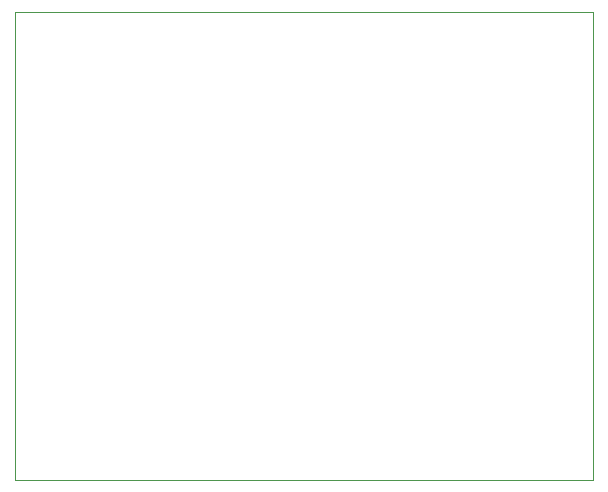
<source format=gbr>
%TF.GenerationSoftware,KiCad,Pcbnew,9.0.2*%
%TF.CreationDate,2025-12-06T23:29:51-05:00*%
%TF.ProjectId,taskmonitor,7461736b-6d6f-46e6-9974-6f722e6b6963,rev?*%
%TF.SameCoordinates,Original*%
%TF.FileFunction,Profile,NP*%
%FSLAX46Y46*%
G04 Gerber Fmt 4.6, Leading zero omitted, Abs format (unit mm)*
G04 Created by KiCad (PCBNEW 9.0.2) date 2025-12-06 23:29:51*
%MOMM*%
%LPD*%
G01*
G04 APERTURE LIST*
%TA.AperFunction,Profile*%
%ADD10C,0.050000*%
%TD*%
G04 APERTURE END LIST*
D10*
X69850000Y-80050000D02*
X118825000Y-80050000D01*
X118825000Y-119675000D01*
X69850000Y-119675000D01*
X69850000Y-80050000D01*
M02*

</source>
